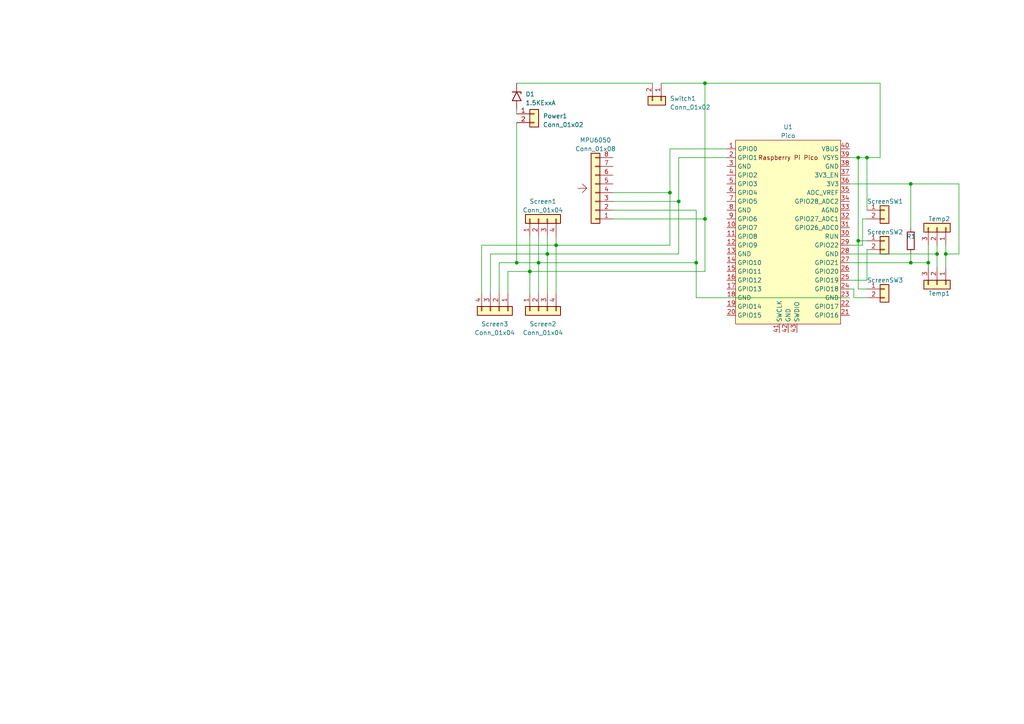
<source format=kicad_sch>
(kicad_sch (version 20230121) (generator eeschema)
  (paper "A4")
  (lib_symbols
    (symbol "Connector_Generic:Conn_01x02" (pin_names (offset 1.016) hide)
      (property "Reference" "J" (at 0 2.54 0))
      (property "Value" "Conn_01x02" (at 0 -5.08 0))
      (symbol "Conn_01x02_1_1"
        (rectangle (start -1.27 -2.413) (end 0 -2.667) (stroke (width 0.1524)))
        (rectangle (start -1.27 0.127) (end 0 -0.127) (stroke (width 0.1524)))
        (rectangle (start -1.27 1.27) (end 1.27 -3.81) (stroke (width 0.254)) (fill (type background)))
        (pin passive line (at -5.08 0 0) (length 3.81) (name "Pin_1") (number "1"))
        (pin passive line (at -5.08 -2.54 0) (length 3.81) (name "Pin_2") (number "2"))
      )
    )
    (symbol "Connector_Generic:Conn_01x03" (pin_names (offset 1.016) hide)
      (property "Reference" "J" (at 0 5.08 0))
      (property "Value" "Conn_01x03" (at 0 -5.08 0))
      (symbol "Conn_01x03_1_1"
        (rectangle (start -1.27 -2.413) (end 0 -2.667) (stroke (width 0.1524)))
        (rectangle (start -1.27 0.127) (end 0 -0.127) (stroke (width 0.1524)))
        (rectangle (start -1.27 2.667) (end 0 2.413) (stroke (width 0.1524)))
        (rectangle (start -1.27 3.81) (end 1.27 -3.81) (stroke (width 0.254)) (fill (type background)))
        (pin passive line (at -5.08 2.54 0) (length 3.81) (name "Pin_1") (number "1"))
        (pin passive line (at -5.08 0 0) (length 3.81) (name "Pin_2") (number "2"))
        (pin passive line (at -5.08 -2.54 0) (length 3.81) (name "Pin_3") (number "3"))
      )
    )
    (symbol "Connector_Generic:Conn_01x04" (pin_names (offset 1.016) hide)
      (property "Reference" "J" (at 0 5.08 0))
      (property "Value" "Conn_01x04" (at 0 -7.62 0))
      (symbol "Conn_01x04_1_1"
        (rectangle (start -1.27 -4.953) (end 0 -5.207) (stroke (width 0.1524)))
        (rectangle (start -1.27 -2.413) (end 0 -2.667) (stroke (width 0.1524)))
        (rectangle (start -1.27 0.127) (end 0 -0.127) (stroke (width 0.1524)))
        (rectangle (start -1.27 2.667) (end 0 2.413) (stroke (width 0.1524)))
        (rectangle (start -1.27 3.81) (end 1.27 -6.35) (stroke (width 0.254)) (fill (type background)))
        (pin passive line (at -5.08 2.54 0) (length 3.81) (name "Pin_1") (number "1"))
        (pin passive line (at -5.08 0 0) (length 3.81) (name "Pin_2") (number "2"))
        (pin passive line (at -5.08 -2.54 0) (length 3.81) (name "Pin_3") (number "3"))
        (pin passive line (at -5.08 -5.08 0) (length 3.81) (name "Pin_4") (number "4"))
      )
    )
    (symbol "Connector_Generic:Conn_01x08" (pin_names (offset 1.016) hide)
      (property "Reference" "MPU6050" (at 0 -15.24 0))
      (property "Value" "Conn_01x08" (at 0 -12.7 0))
      (symbol "Conn_01x08_0_1"
        (polyline (pts (xy 5.08 -1.27) (xy 2.54 -1.27) (xy 3.81 -2.54) (xy 2.54 -1.27) (xy 3.81 0)))
      )
      (symbol "Conn_01x08_1_1"
        (rectangle (start -1.27 -10.033) (end 0 -10.287) (stroke (width 0.1524)))
        (rectangle (start -1.27 -7.493) (end 0 -7.747) (stroke (width 0.1524)))
        (rectangle (start -1.27 -4.953) (end 0 -5.207) (stroke (width 0.1524)))
        (rectangle (start -1.27 -2.413) (end 0 -2.667) (stroke (width 0.1524)))
        (rectangle (start -1.27 0.127) (end 0 -0.127) (stroke (width 0.1524)))
        (rectangle (start -1.27 2.667) (end 0 2.413) (stroke (width 0.1524)))
        (rectangle (start -1.27 5.207) (end 0 4.953) (stroke (width 0.1524)))
        (rectangle (start -1.27 7.747) (end 0 7.493) (stroke (width 0.1524)))
        (rectangle (start -1.27 8.89) (end 1.27 -11.43) (stroke (width 0.254)) (fill (type background)))
        (pin passive line (at -5.08 7.62 0) (length 3.81) (name "Pin_1") (number "1"))
        (pin passive line (at -5.08 5.08 0) (length 3.81) (name "Pin_2") (number "2"))
        (pin passive line (at -5.08 2.54 0) (length 3.81) (name "Pin_3") (number "3"))
        (pin passive line (at -5.08 0 0) (length 3.81) (name "Pin_4") (number "4"))
        (pin passive line (at -5.08 -2.54 0) (length 3.81) (name "Pin_5") (number "5"))
        (pin passive line (at -5.08 -5.08 0) (length 3.81) (name "Pin_6") (number "6"))
        (pin passive line (at -5.08 -7.62 0) (length 3.81) (name "Pin_7") (number "7"))
        (pin passive line (at -5.08 -10.16 0) (length 3.81) (name "Pin_8") (number "8"))
      )
    )
    (symbol "Device:R" (pin_numbers hide) (pin_names (offset 0))
      (property "Reference" "R" (at 2.032 0 90))
      (property "Value" "R" (at 0 0 90))
      (symbol "R_0_1"
        (rectangle (start -1.016 -2.54) (end 1.016 2.54) (stroke (width 0.254)))
      )
      (symbol "R_1_1"
        (pin passive line (at 0 3.81 270) (length 1.27) (name "~") (number "1"))
        (pin passive line (at 0 -3.81 90) (length 1.27) (name "~") (number "2"))
      )
    )
    (symbol "Diode:1.5KExxA" (pin_numbers hide) (pin_names (offset 1.016) hide)
      (property "Reference" "D" (at 0 2.54 0))
      (property "Value" "1.5KExxA" (at 0 -2.54 0))
      (symbol "1.5KExxA_0_1"
        (polyline (pts (xy -0.762 1.27) (xy -1.27 1.27) (xy -1.27 -1.27)) (stroke (width 0.254)))
        (polyline (pts (xy 1.27 1.27) (xy 1.27 -1.27) (xy -1.27 0) (xy 1.27 1.27)) (stroke (width 0.254)))
      )
      (symbol "1.5KExxA_1_1"
        (pin passive line (at -3.81 0 0) (length 2.54) (name "A1") (number "1"))
        (pin passive line (at 3.81 0 180) (length 2.54) (name "A2") (number "2"))
      )
    )
    (symbol "MCU_RaspberryPi_and_Boards:Pico"
      (property "Reference" "U1" (at 0 30.48 0))
      (property "Value" "Pico" (at 0 27.94 0))
      (symbol "Pico_0_0"
        (text "Raspberry Pi Pico" (at 0 21.59 0) (effects (font (size 1.27 1.27))))
      )
      (symbol "Pico_0_1"
        (rectangle (start -15.24 26.67) (end 15.24 -26.67) (fill (type background)))
      )
      (symbol "Pico_1_1"
        (pin bidirectional line (at -17.78 24.13 0) (length 2.54) (name "GPIO0") (number "1"))
        (pin bidirectional line (at -17.78 1.27 0) (length 2.54) (name "GPIO7") (number "10"))
        (pin bidirectional line (at -17.78 -1.27 0) (length 2.54) (name "GPIO8") (number "11"))
        (pin bidirectional line (at -17.78 -3.81 0) (length 2.54) (name "GPIO9") (number "12"))
        (pin power_in line (at -17.78 -6.35 0) (length 2.54) (name "GND") (number "13"))
        (pin bidirectional line (at -17.78 -8.89 0) (length 2.54) (name "GPIO10") (number "14"))
        (pin bidirectional line (at -17.78 -11.43 0) (length 2.54) (name "GPIO11") (number "15"))
        (pin bidirectional line (at -17.78 -13.97 0) (length 2.54) (name "GPIO12") (number "16"))
        (pin bidirectional line (at -17.78 -16.51 0) (length 2.54) (name "GPIO13") (number "17"))
        (pin power_in line (at -17.78 -19.05 0) (length 2.54) (name "GND") (number "18"))
        (pin bidirectional line (at -17.78 -21.59 0) (length 2.54) (name "GPIO14") (number "19"))
        (pin bidirectional line (at -17.78 21.59 0) (length 2.54) (name "GPIO1") (number "2"))
        (pin bidirectional line (at -17.78 -24.13 0) (length 2.54) (name "GPIO15") (number "20"))
        (pin bidirectional line (at 17.78 -24.13 180) (length 2.54) (name "GPIO16") (number "21"))
        (pin bidirectional line (at 17.78 -21.59 180) (length 2.54) (name "GPIO17") (number "22"))
        (pin power_in line (at 17.78 -19.05 180) (length 2.54) (name "GND") (number "23"))
        (pin bidirectional line (at 17.78 -16.51 180) (length 2.54) (name "GPIO18") (number "24"))
        (pin bidirectional line (at 17.78 -13.97 180) (length 2.54) (name "GPIO19") (number "25"))
        (pin bidirectional line (at 17.78 -11.43 180) (length 2.54) (name "GPIO20") (number "26"))
        (pin bidirectional line (at 17.78 -8.89 180) (length 2.54) (name "GPIO21") (number "27"))
        (pin power_in line (at 17.78 -6.35 180) (length 2.54) (name "GND") (number "28"))
        (pin bidirectional line (at 17.78 -3.81 180) (length 2.54) (name "GPIO22") (number "29"))
        (pin power_in line (at -17.78 19.05 0) (length 2.54) (name "GND") (number "3"))
        (pin input line (at 17.78 -1.27 180) (length 2.54) (name "RUN") (number "30"))
        (pin bidirectional line (at 17.78 1.27 180) (length 2.54) (name "GPIO26_ADC0") (number "31"))
        (pin bidirectional line (at 17.78 3.81 180) (length 2.54) (name "GPIO27_ADC1") (number "32"))
        (pin power_in line (at 17.78 6.35 180) (length 2.54) (name "AGND") (number "33"))
        (pin bidirectional line (at 17.78 8.89 180) (length 2.54) (name "GPIO28_ADC2") (number "34"))
        (pin power_in line (at 17.78 11.43 180) (length 2.54) (name "ADC_VREF") (number "35"))
        (pin power_in line (at 17.78 13.97 180) (length 2.54) (name "3V3") (number "36"))
        (pin input line (at 17.78 16.51 180) (length 2.54) (name "3V3_EN") (number "37"))
        (pin power_in line (at 17.78 19.05 180) (length 2.54) (name "GND") (number "38"))
        (pin power_in line (at 17.78 21.59 180) (length 2.54) (name "VSYS") (number "39"))
        (pin bidirectional line (at -17.78 16.51 0) (length 2.54) (name "GPIO2") (number "4"))
        (pin power_in line (at 17.78 24.13 180) (length 2.54) (name "VBUS") (number "40"))
        (pin input line (at -2.54 -29.21 90) (length 2.54) (name "SWCLK") (number "41"))
        (pin power_in line (at 0 -29.21 90) (length 2.54) (name "GND") (number "42"))
        (pin bidirectional line (at 2.54 -29.21 90) (length 2.54) (name "SWDIO") (number "43"))
        (pin bidirectional line (at -17.78 13.97 0) (length 2.54) (name "GPIO3") (number "5"))
        (pin bidirectional line (at -17.78 11.43 0) (length 2.54) (name "GPIO4") (number "6"))
        (pin bidirectional line (at -17.78 8.89 0) (length 2.54) (name "GPIO5") (number "7"))
        (pin power_in line (at -17.78 6.35 0) (length 2.54) (name "GND") (number "8"))
        (pin bidirectional line (at -17.78 3.81 0) (length 2.54) (name "GPIO6") (number "9"))
      )
    )
  )
  (junction (at 271.78 73.66))
  (junction (at 204.47 24.13))
  (junction (at 274.32 73.66))
  (junction (at 201.93 76.2))
  (junction (at 264.16 76.2))
  (junction (at 196.85 58.42))
  (junction (at 248.92 69.85))
  (junction (at 251.46 45.72))
  (junction (at 161.29 71.12))
  (junction (at 248.92 45.72))
  (junction (at 194.31 55.88))
  (junction (at 204.47 63.5))
  (junction (at 269.24 76.2))
  (junction (at 149.86 76.2))
  (junction (at 158.75 73.66))
  (junction (at 156.21 76.2))
  (junction (at 264.16 53.34))
  (junction (at 153.67 78.74))
  (wire (pts (xy 248.92 83.82) (xy 251.46 83.82)))
  (wire (pts (xy 248.92 69.85) (xy 248.92 83.82)))
  (wire (pts (xy 204.47 24.13) (xy 204.47 63.5)))
  (wire (pts (xy 158.75 73.66) (xy 142.24 73.66)))
  (wire (pts (xy 161.29 71.12) (xy 194.31 71.12)))
  (wire (pts (xy 177.8 63.5) (xy 204.47 63.5)))
  (wire (pts (xy 156.21 76.2) (xy 201.93 76.2)))
  (wire (pts (xy 153.67 78.74) (xy 153.67 85.09)))
  (wire (pts (xy 149.86 31.75) (xy 149.86 33.02)))
  (wire (pts (xy 255.27 24.13) (xy 255.27 45.72)))
  (wire (pts (xy 196.85 58.42) (xy 196.85 45.72)))
  (wire (pts (xy 250.19 63.5) (xy 250.19 71.12)))
  (wire (pts (xy 269.24 71.12) (xy 269.24 76.2)))
  (wire (pts (xy 139.7 71.12) (xy 139.7 85.09)))
  (wire (pts (xy 196.85 73.66) (xy 196.85 58.42)))
  (wire (pts (xy 251.46 45.72) (xy 251.46 60.96)))
  (wire (pts (xy 149.86 35.56) (xy 149.86 76.2)))
  (wire (pts (xy 246.38 83.82) (xy 247.65 83.82)))
  (wire (pts (xy 156.21 68.58) (xy 156.21 76.2)))
  (wire (pts (xy 264.16 53.34) (xy 278.13 53.34)))
  (wire (pts (xy 201.93 86.36) (xy 246.38 86.36)))
  (wire (pts (xy 149.86 76.2) (xy 156.21 76.2)))
  (wire (pts (xy 196.85 45.72) (xy 210.82 45.72)))
  (wire (pts (xy 156.21 76.2) (xy 156.21 85.09)))
  (wire (pts (xy 264.16 73.66) (xy 264.16 76.2)))
  (wire (pts (xy 204.47 24.13) (xy 255.27 24.13)))
  (wire (pts (xy 246.38 53.34) (xy 264.16 53.34)))
  (wire (pts (xy 264.16 76.2) (xy 269.24 76.2)))
  (wire (pts (xy 251.46 63.5) (xy 250.19 63.5)))
  (wire (pts (xy 271.78 73.66) (xy 271.78 77.47)))
  (wire (pts (xy 201.93 60.96) (xy 201.93 76.2)))
  (wire (pts (xy 161.29 68.58) (xy 161.29 71.12)))
  (wire (pts (xy 264.16 76.2) (xy 246.38 76.2)))
  (wire (pts (xy 246.38 45.72) (xy 248.92 45.72)))
  (wire (pts (xy 142.24 73.66) (xy 142.24 85.09)))
  (wire (pts (xy 251.46 72.39) (xy 251.46 81.28)))
  (wire (pts (xy 191.77 24.13) (xy 204.47 24.13)))
  (wire (pts (xy 248.92 45.72) (xy 248.92 69.85)))
  (wire (pts (xy 177.8 60.96) (xy 201.93 60.96)))
  (wire (pts (xy 246.38 73.66) (xy 271.78 73.66)))
  (wire (pts (xy 177.8 58.42) (xy 196.85 58.42)))
  (wire (pts (xy 250.19 71.12) (xy 246.38 71.12)))
  (wire (pts (xy 194.31 71.12) (xy 194.31 55.88)))
  (wire (pts (xy 247.65 86.36) (xy 251.46 86.36)))
  (wire (pts (xy 274.32 71.12) (xy 274.32 73.66)))
  (wire (pts (xy 264.16 53.34) (xy 264.16 66.04)))
  (wire (pts (xy 153.67 68.58) (xy 153.67 78.74)))
  (wire (pts (xy 158.75 68.58) (xy 158.75 73.66)))
  (wire (pts (xy 271.78 71.12) (xy 271.78 73.66)))
  (wire (pts (xy 247.65 83.82) (xy 247.65 86.36)))
  (wire (pts (xy 201.93 76.2) (xy 201.93 86.36)))
  (wire (pts (xy 153.67 78.74) (xy 204.47 78.74)))
  (wire (pts (xy 251.46 45.72) (xy 255.27 45.72)))
  (wire (pts (xy 248.92 45.72) (xy 251.46 45.72)))
  (wire (pts (xy 194.31 55.88) (xy 194.31 43.18)))
  (wire (pts (xy 158.75 73.66) (xy 196.85 73.66)))
  (wire (pts (xy 278.13 73.66) (xy 274.32 73.66)))
  (wire (pts (xy 144.78 76.2) (xy 144.78 85.09)))
  (wire (pts (xy 251.46 81.28) (xy 246.38 81.28)))
  (wire (pts (xy 269.24 76.2) (xy 269.24 77.47)))
  (wire (pts (xy 278.13 53.34) (xy 278.13 73.66)))
  (wire (pts (xy 177.8 55.88) (xy 194.31 55.88)))
  (wire (pts (xy 161.29 71.12) (xy 139.7 71.12)))
  (wire (pts (xy 147.32 78.74) (xy 147.32 85.09)))
  (wire (pts (xy 149.86 24.13) (xy 189.23 24.13)))
  (wire (pts (xy 204.47 78.74) (xy 204.47 63.5)))
  (wire (pts (xy 158.75 73.66) (xy 158.75 85.09)))
  (wire (pts (xy 194.31 43.18) (xy 210.82 43.18)))
  (wire (pts (xy 149.86 76.2) (xy 144.78 76.2)))
  (wire (pts (xy 161.29 71.12) (xy 161.29 85.09)))
  (wire (pts (xy 274.32 73.66) (xy 274.32 77.47)))
  (wire (pts (xy 153.67 78.74) (xy 147.32 78.74)))
  (wire (pts (xy 248.92 69.85) (xy 251.46 69.85)))
  (symbol (lib_id "Connector_Generic:Conn_01x04") (at 144.78 90.17 270) (unit 1)
    (property "Reference" "Screen3" (at 143.51 93.98 90))
    (property "Value" "Conn_01x04" (at 143.51 96.52 90))
    (property "Footprint" "Connector_JST:JST_XH_B4B-XH-A_1x04_P2.50mm_Vertical" (effects hide))
  )
  (symbol (lib_id "Connector_Generic:Conn_01x02") (at 256.54 69.85 0) (unit 1)
    (property "Reference" "ScreenSW2" (at 251.46 67.31 0) (effects (justify left)))
    (property "Value" "Conn_01x02" (effects hide))
    (property "Footprint" "Connector_JST:JST_XH_B2B-XH-A_1x02_P2.50mm_Vertical" (effects hide))
  )
  (symbol (lib_id "Connector_Generic:Conn_01x04") (at 156.21 63.5 90) (unit 1)
    (property "Reference" "Screen1" (at 157.48 58.42 90))
    (property "Value" "Conn_01x04" (at 157.48 60.96 90))
    (property "Footprint" "Connector_JST:JST_XH_B4B-XH-A_1x04_P2.50mm_Vertical" (effects hide))
  )
  (symbol (lib_id "Connector_Generic:Conn_01x02") (at 256.54 60.96 0) (unit 1)
    (property "Reference" "ScreenSW1" (at 251.46 58.42 0) (effects (justify left)))
    (property "Value" "Conn_01x02" (effects hide))
    (property "Footprint" "Connector_JST:JST_XH_B2B-XH-A_1x02_P2.50mm_Vertical" (effects hide))
  )
  (symbol (lib_id "Connector_Generic:Conn_01x02") (at 191.77 29.21 270) (unit 1)
    (property "Reference" "Switch1" (at 194.31 28.575 90) (effects (justify left)))
    (property "Value" "Conn_01x02" (at 194.31 31.115 90) (effects (justify left)))
    (property "Footprint" "Connector_JST:JST_XH_B2B-XH-A_1x02_P2.50mm_Vertical" (effects hide))
  )
  (symbol (lib_id "Connector_Generic:Conn_01x04") (at 156.21 90.17 90) (mirror x) (unit 1)
    (property "Reference" "Screen2" (at 157.48 93.98 90))
    (property "Value" "Conn_01x04" (at 157.48 96.52 90))
    (property "Footprint" "Connector_JST:JST_XH_B4B-XH-A_1x04_P2.50mm_Vertical" (effects hide))
  )
  (symbol (lib_id "Connector_Generic:Conn_01x08") (at 172.72 55.88 180) (unit 1)
    (property "Reference" "MPU6050" (at 172.72 40.64 0))
    (property "Value" "Conn_01x08" (at 172.72 43.18 0))
    (property "Footprint" "Connector_PinHeader_2.54mm:PinHeader_1x08_P2.54mm_Vertical" (effects hide))
  )
  (symbol (lib_id "Connector_Generic:Conn_01x02") (at 154.94 33.02 0) (unit 1)
    (property "Reference" "Power1" (at 157.48 33.655 0) (effects (justify left)))
    (property "Value" "Conn_01x02" (at 157.48 36.195 0) (effects (justify left)))
    (property "Footprint" "Connector_JST:JST_XH_B2B-XH-A_1x02_P2.50mm_Vertical" (effects hide))
  )
  (symbol (lib_id "Connector_Generic:Conn_01x02") (at 256.54 83.82 0) (unit 1)
    (property "Reference" "ScreenSW3" (at 251.46 81.28 0) (effects (justify left)))
    (property "Value" "Conn_01x02" (effects hide))
    (property "Footprint" "Connector_JST:JST_XH_B2B-XH-A_1x02_P2.50mm_Vertical" (effects hide))
  )
  (symbol (lib_id "MCU_RaspberryPi_and_Boards:Pico") (at 228.6 67.31 0) (unit 1)
    (property "Reference" "U1" (at 228.6 36.83 0))
    (property "Value" "Pico" (at 228.6 39.37 0))
    (property "Footprint" "Pico:RPi_Pico_SMD_TH" (effects hide))
  )
  (symbol (lib_id "Connector_Generic:Conn_01x03") (at 271.78 66.04 270) (mirror x) (unit 1)
    (property "Reference" "J1" (effects hide))
    (property "Value" "Temp2" (at 269.24 63.5 90) (effects (justify left)))
    (property "Footprint" "Connector_JST:JST_XH_B3B-XH-A_1x03_P2.50mm_Vertical" (effects hide))
  )
  (symbol (lib_id "Connector_Generic:Conn_01x03") (at 271.78 82.55 270) (unit 1)
    (property "Reference" "J3" (effects hide))
    (property "Value" "Temp1" (at 269.24 85.09 90) (effects (justify left)))
    (property "Footprint" "Connector_JST:JST_XH_B3B-XH-A_1x03_P2.50mm_Vertical" (effects hide))
  )
  (symbol (lib_id "Device:R") (at 264.16 69.85 0) (unit 1)
    (property "Reference" "R1" (at 262.89 68.58 0) (effects (justify left)))
    (property "Value" "R" (effects hide))
    (property "Footprint" "Resistor_THT:R_Axial_DIN0207_L6.3mm_D2.5mm_P10.16mm_Horizontal" (effects hide))
  )
  (symbol (lib_id "Diode:1.5KExxA") (at 149.86 27.94 270) (unit 1)
    (property "Reference" "D1" (at 152.4 27.305 90) (effects (justify left)))
    (property "Value" "1.5KExxA" (at 152.4 29.845 90) (effects (justify left)))
    (property "Footprint" "Diode_THT:D_DO-201AE_P15.24mm_Horizontal" (effects hide))
    (property "Datasheet" "https://www.vishay.com/docs/88301/15ke.pdf" (effects hide))
  )
)
</source>
